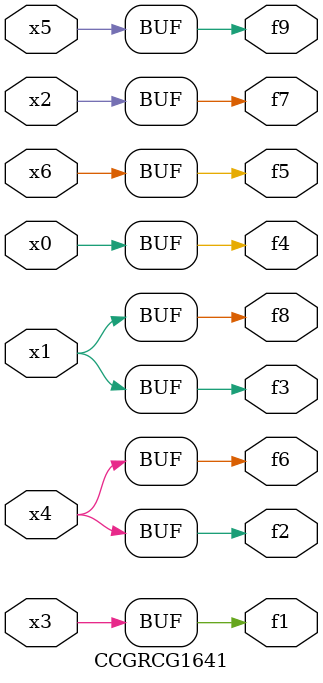
<source format=v>
module CCGRCG1641(
	input x0, x1, x2, x3, x4, x5, x6,
	output f1, f2, f3, f4, f5, f6, f7, f8, f9
);
	assign f1 = x3;
	assign f2 = x4;
	assign f3 = x1;
	assign f4 = x0;
	assign f5 = x6;
	assign f6 = x4;
	assign f7 = x2;
	assign f8 = x1;
	assign f9 = x5;
endmodule

</source>
